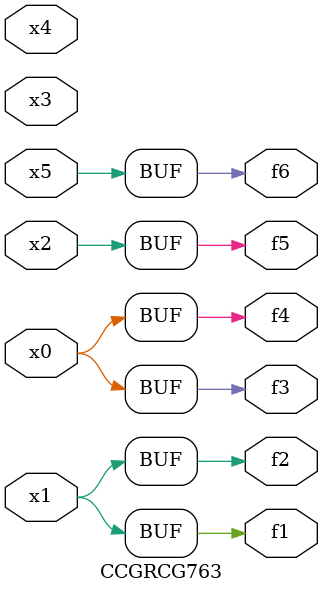
<source format=v>
module CCGRCG763(
	input x0, x1, x2, x3, x4, x5,
	output f1, f2, f3, f4, f5, f6
);
	assign f1 = x1;
	assign f2 = x1;
	assign f3 = x0;
	assign f4 = x0;
	assign f5 = x2;
	assign f6 = x5;
endmodule

</source>
